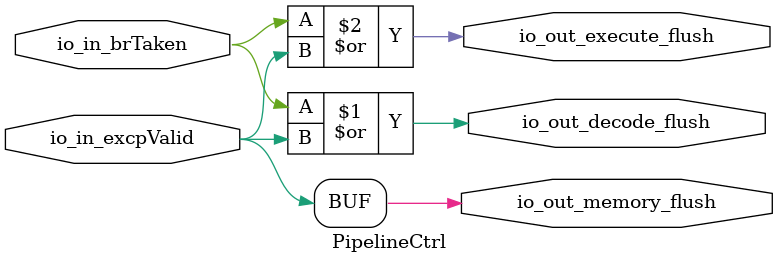
<source format=v>
module PipelineCtrl(
  input   io_in_brTaken,
  input   io_in_excpValid,
  output  io_out_decode_flush,
  output  io_out_execute_flush,
  output  io_out_memory_flush
);
  assign io_out_decode_flush = io_in_brTaken | io_in_excpValid; // @[PipelineCtrl.scala 35:38]
  assign io_out_execute_flush = io_in_brTaken | io_in_excpValid; // @[PipelineCtrl.scala 36:40]
  assign io_out_memory_flush = io_in_excpValid; // @[PipelineCtrl.scala 37:25]
endmodule

</source>
